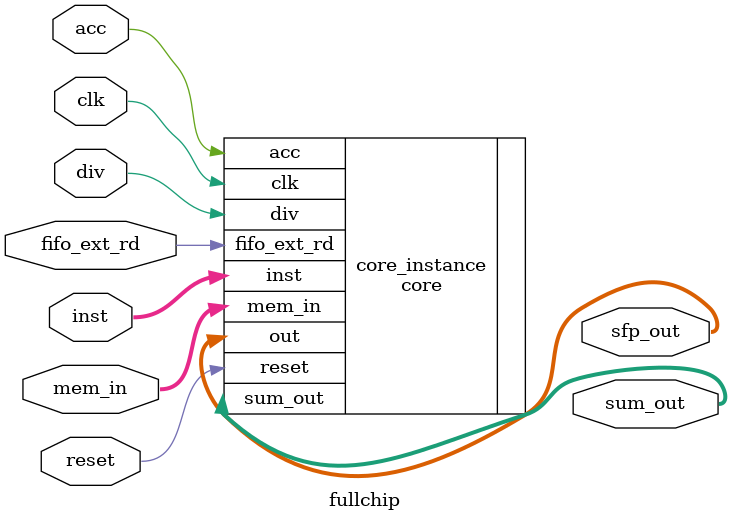
<source format=v>
module fullchip (clk, mem_in, inst, reset, div, acc, fifo_ext_rd, sum_out, sfp_out);

parameter col = 8;
parameter bw = 8;
parameter bw_psum = 2*bw+4;
parameter pr = 16;

input  clk; 
input  [pr*bw-1:0] mem_in; 
input  [16:0] inst; 
input  reset;
input  div;
input  acc;
input  fifo_ext_rd;

output [bw_psum+3 : 0] sum_out;
output [bw_psum*col-1:0] sfp_out;

core #(.bw(bw), .bw_psum(bw_psum), .col(col), .pr(pr)) core_instance (
      .reset(reset), 
      .clk(clk), 
      .mem_in(mem_in), 
      .inst(inst),
      .div(div),
      .acc(acc),
      .fifo_ext_rd(fifo_ext_rd),
      .sum_out(sum_out),
      .out(sfp_out)
);

endmodule

</source>
